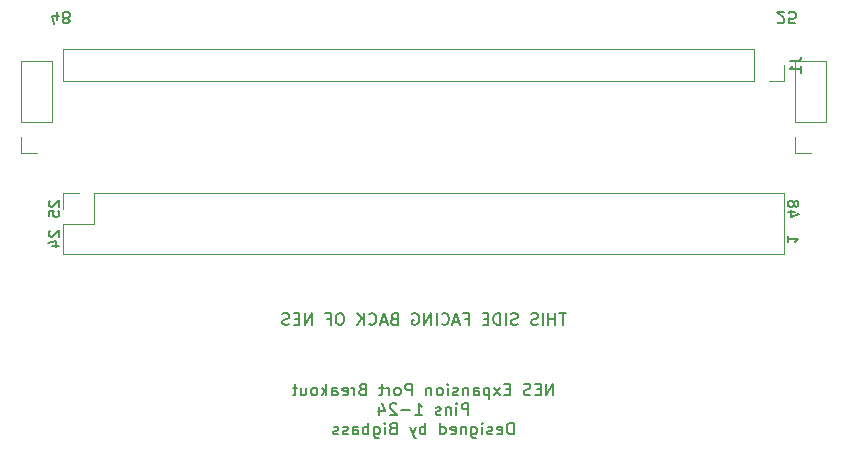
<source format=gbo>
%TF.GenerationSoftware,KiCad,Pcbnew,5.1.10-88a1d61d58~88~ubuntu20.04.1*%
%TF.CreationDate,2021-06-23T17:02:21-05:00*%
%TF.ProjectId,nes-expansion-port,6e65732d-6578-4706-916e-73696f6e2d70,rev?*%
%TF.SameCoordinates,Original*%
%TF.FileFunction,Legend,Bot*%
%TF.FilePolarity,Positive*%
%FSLAX46Y46*%
G04 Gerber Fmt 4.6, Leading zero omitted, Abs format (unit mm)*
G04 Created by KiCad (PCBNEW 5.1.10-88a1d61d58~88~ubuntu20.04.1) date 2021-06-23 17:02:21*
%MOMM*%
%LPD*%
G01*
G04 APERTURE LIST*
%ADD10C,0.150000*%
%ADD11C,0.120000*%
%ADD12C,0.500000*%
%ADD13O,1.700000X1.700000*%
%ADD14R,1.700000X1.700000*%
%ADD15R,1.524000X12.000000*%
G04 APERTURE END LIST*
D10*
X145064380Y-76018380D02*
X145064380Y-75018380D01*
X144492952Y-76018380D01*
X144492952Y-75018380D01*
X144016761Y-75494571D02*
X143683428Y-75494571D01*
X143540571Y-76018380D02*
X144016761Y-76018380D01*
X144016761Y-75018380D01*
X143540571Y-75018380D01*
X143159619Y-75970761D02*
X143016761Y-76018380D01*
X142778666Y-76018380D01*
X142683428Y-75970761D01*
X142635809Y-75923142D01*
X142588190Y-75827904D01*
X142588190Y-75732666D01*
X142635809Y-75637428D01*
X142683428Y-75589809D01*
X142778666Y-75542190D01*
X142969142Y-75494571D01*
X143064380Y-75446952D01*
X143112000Y-75399333D01*
X143159619Y-75304095D01*
X143159619Y-75208857D01*
X143112000Y-75113619D01*
X143064380Y-75066000D01*
X142969142Y-75018380D01*
X142731047Y-75018380D01*
X142588190Y-75066000D01*
X141397714Y-75494571D02*
X141064380Y-75494571D01*
X140921523Y-76018380D02*
X141397714Y-76018380D01*
X141397714Y-75018380D01*
X140921523Y-75018380D01*
X140588190Y-76018380D02*
X140064380Y-75351714D01*
X140588190Y-75351714D02*
X140064380Y-76018380D01*
X139683428Y-75351714D02*
X139683428Y-76351714D01*
X139683428Y-75399333D02*
X139588190Y-75351714D01*
X139397714Y-75351714D01*
X139302476Y-75399333D01*
X139254857Y-75446952D01*
X139207238Y-75542190D01*
X139207238Y-75827904D01*
X139254857Y-75923142D01*
X139302476Y-75970761D01*
X139397714Y-76018380D01*
X139588190Y-76018380D01*
X139683428Y-75970761D01*
X138350095Y-76018380D02*
X138350095Y-75494571D01*
X138397714Y-75399333D01*
X138492952Y-75351714D01*
X138683428Y-75351714D01*
X138778666Y-75399333D01*
X138350095Y-75970761D02*
X138445333Y-76018380D01*
X138683428Y-76018380D01*
X138778666Y-75970761D01*
X138826285Y-75875523D01*
X138826285Y-75780285D01*
X138778666Y-75685047D01*
X138683428Y-75637428D01*
X138445333Y-75637428D01*
X138350095Y-75589809D01*
X137873904Y-75351714D02*
X137873904Y-76018380D01*
X137873904Y-75446952D02*
X137826285Y-75399333D01*
X137731047Y-75351714D01*
X137588190Y-75351714D01*
X137492952Y-75399333D01*
X137445333Y-75494571D01*
X137445333Y-76018380D01*
X137016761Y-75970761D02*
X136921523Y-76018380D01*
X136731047Y-76018380D01*
X136635809Y-75970761D01*
X136588190Y-75875523D01*
X136588190Y-75827904D01*
X136635809Y-75732666D01*
X136731047Y-75685047D01*
X136873904Y-75685047D01*
X136969142Y-75637428D01*
X137016761Y-75542190D01*
X137016761Y-75494571D01*
X136969142Y-75399333D01*
X136873904Y-75351714D01*
X136731047Y-75351714D01*
X136635809Y-75399333D01*
X136159619Y-76018380D02*
X136159619Y-75351714D01*
X136159619Y-75018380D02*
X136207238Y-75066000D01*
X136159619Y-75113619D01*
X136112000Y-75066000D01*
X136159619Y-75018380D01*
X136159619Y-75113619D01*
X135540571Y-76018380D02*
X135635809Y-75970761D01*
X135683428Y-75923142D01*
X135731047Y-75827904D01*
X135731047Y-75542190D01*
X135683428Y-75446952D01*
X135635809Y-75399333D01*
X135540571Y-75351714D01*
X135397714Y-75351714D01*
X135302476Y-75399333D01*
X135254857Y-75446952D01*
X135207238Y-75542190D01*
X135207238Y-75827904D01*
X135254857Y-75923142D01*
X135302476Y-75970761D01*
X135397714Y-76018380D01*
X135540571Y-76018380D01*
X134778666Y-75351714D02*
X134778666Y-76018380D01*
X134778666Y-75446952D02*
X134731047Y-75399333D01*
X134635809Y-75351714D01*
X134492952Y-75351714D01*
X134397714Y-75399333D01*
X134350095Y-75494571D01*
X134350095Y-76018380D01*
X133112000Y-76018380D02*
X133112000Y-75018380D01*
X132731047Y-75018380D01*
X132635809Y-75066000D01*
X132588190Y-75113619D01*
X132540571Y-75208857D01*
X132540571Y-75351714D01*
X132588190Y-75446952D01*
X132635809Y-75494571D01*
X132731047Y-75542190D01*
X133112000Y-75542190D01*
X131969142Y-76018380D02*
X132064380Y-75970761D01*
X132112000Y-75923142D01*
X132159619Y-75827904D01*
X132159619Y-75542190D01*
X132112000Y-75446952D01*
X132064380Y-75399333D01*
X131969142Y-75351714D01*
X131826285Y-75351714D01*
X131731047Y-75399333D01*
X131683428Y-75446952D01*
X131635809Y-75542190D01*
X131635809Y-75827904D01*
X131683428Y-75923142D01*
X131731047Y-75970761D01*
X131826285Y-76018380D01*
X131969142Y-76018380D01*
X131207238Y-76018380D02*
X131207238Y-75351714D01*
X131207238Y-75542190D02*
X131159619Y-75446952D01*
X131112000Y-75399333D01*
X131016761Y-75351714D01*
X130921523Y-75351714D01*
X130731047Y-75351714D02*
X130350095Y-75351714D01*
X130588190Y-75018380D02*
X130588190Y-75875523D01*
X130540571Y-75970761D01*
X130445333Y-76018380D01*
X130350095Y-76018380D01*
X128921523Y-75494571D02*
X128778666Y-75542190D01*
X128731047Y-75589809D01*
X128683428Y-75685047D01*
X128683428Y-75827904D01*
X128731047Y-75923142D01*
X128778666Y-75970761D01*
X128873904Y-76018380D01*
X129254857Y-76018380D01*
X129254857Y-75018380D01*
X128921523Y-75018380D01*
X128826285Y-75066000D01*
X128778666Y-75113619D01*
X128731047Y-75208857D01*
X128731047Y-75304095D01*
X128778666Y-75399333D01*
X128826285Y-75446952D01*
X128921523Y-75494571D01*
X129254857Y-75494571D01*
X128254857Y-76018380D02*
X128254857Y-75351714D01*
X128254857Y-75542190D02*
X128207238Y-75446952D01*
X128159619Y-75399333D01*
X128064380Y-75351714D01*
X127969142Y-75351714D01*
X127254857Y-75970761D02*
X127350095Y-76018380D01*
X127540571Y-76018380D01*
X127635809Y-75970761D01*
X127683428Y-75875523D01*
X127683428Y-75494571D01*
X127635809Y-75399333D01*
X127540571Y-75351714D01*
X127350095Y-75351714D01*
X127254857Y-75399333D01*
X127207238Y-75494571D01*
X127207238Y-75589809D01*
X127683428Y-75685047D01*
X126350095Y-76018380D02*
X126350095Y-75494571D01*
X126397714Y-75399333D01*
X126492952Y-75351714D01*
X126683428Y-75351714D01*
X126778666Y-75399333D01*
X126350095Y-75970761D02*
X126445333Y-76018380D01*
X126683428Y-76018380D01*
X126778666Y-75970761D01*
X126826285Y-75875523D01*
X126826285Y-75780285D01*
X126778666Y-75685047D01*
X126683428Y-75637428D01*
X126445333Y-75637428D01*
X126350095Y-75589809D01*
X125873904Y-76018380D02*
X125873904Y-75018380D01*
X125778666Y-75637428D02*
X125492952Y-76018380D01*
X125492952Y-75351714D02*
X125873904Y-75732666D01*
X124921523Y-76018380D02*
X125016761Y-75970761D01*
X125064380Y-75923142D01*
X125112000Y-75827904D01*
X125112000Y-75542190D01*
X125064380Y-75446952D01*
X125016761Y-75399333D01*
X124921523Y-75351714D01*
X124778666Y-75351714D01*
X124683428Y-75399333D01*
X124635809Y-75446952D01*
X124588190Y-75542190D01*
X124588190Y-75827904D01*
X124635809Y-75923142D01*
X124683428Y-75970761D01*
X124778666Y-76018380D01*
X124921523Y-76018380D01*
X123731047Y-75351714D02*
X123731047Y-76018380D01*
X124159619Y-75351714D02*
X124159619Y-75875523D01*
X124112000Y-75970761D01*
X124016761Y-76018380D01*
X123873904Y-76018380D01*
X123778666Y-75970761D01*
X123731047Y-75923142D01*
X123397714Y-75351714D02*
X123016761Y-75351714D01*
X123254857Y-75018380D02*
X123254857Y-75875523D01*
X123207238Y-75970761D01*
X123112000Y-76018380D01*
X123016761Y-76018380D01*
X137897714Y-77668380D02*
X137897714Y-76668380D01*
X137516761Y-76668380D01*
X137421523Y-76716000D01*
X137373904Y-76763619D01*
X137326285Y-76858857D01*
X137326285Y-77001714D01*
X137373904Y-77096952D01*
X137421523Y-77144571D01*
X137516761Y-77192190D01*
X137897714Y-77192190D01*
X136897714Y-77668380D02*
X136897714Y-77001714D01*
X136897714Y-76668380D02*
X136945333Y-76716000D01*
X136897714Y-76763619D01*
X136850095Y-76716000D01*
X136897714Y-76668380D01*
X136897714Y-76763619D01*
X136421523Y-77001714D02*
X136421523Y-77668380D01*
X136421523Y-77096952D02*
X136373904Y-77049333D01*
X136278666Y-77001714D01*
X136135809Y-77001714D01*
X136040571Y-77049333D01*
X135992952Y-77144571D01*
X135992952Y-77668380D01*
X135564380Y-77620761D02*
X135469142Y-77668380D01*
X135278666Y-77668380D01*
X135183428Y-77620761D01*
X135135809Y-77525523D01*
X135135809Y-77477904D01*
X135183428Y-77382666D01*
X135278666Y-77335047D01*
X135421523Y-77335047D01*
X135516761Y-77287428D01*
X135564380Y-77192190D01*
X135564380Y-77144571D01*
X135516761Y-77049333D01*
X135421523Y-77001714D01*
X135278666Y-77001714D01*
X135183428Y-77049333D01*
X133421523Y-77668380D02*
X133992952Y-77668380D01*
X133707238Y-77668380D02*
X133707238Y-76668380D01*
X133802476Y-76811238D01*
X133897714Y-76906476D01*
X133992952Y-76954095D01*
X132992952Y-77287428D02*
X132231047Y-77287428D01*
X131802476Y-76763619D02*
X131754857Y-76716000D01*
X131659619Y-76668380D01*
X131421523Y-76668380D01*
X131326285Y-76716000D01*
X131278666Y-76763619D01*
X131231047Y-76858857D01*
X131231047Y-76954095D01*
X131278666Y-77096952D01*
X131850095Y-77668380D01*
X131231047Y-77668380D01*
X130373904Y-77001714D02*
X130373904Y-77668380D01*
X130612000Y-76620761D02*
X130850095Y-77335047D01*
X130231047Y-77335047D01*
X141731047Y-79318380D02*
X141731047Y-78318380D01*
X141492952Y-78318380D01*
X141350095Y-78366000D01*
X141254857Y-78461238D01*
X141207238Y-78556476D01*
X141159619Y-78746952D01*
X141159619Y-78889809D01*
X141207238Y-79080285D01*
X141254857Y-79175523D01*
X141350095Y-79270761D01*
X141492952Y-79318380D01*
X141731047Y-79318380D01*
X140350095Y-79270761D02*
X140445333Y-79318380D01*
X140635809Y-79318380D01*
X140731047Y-79270761D01*
X140778666Y-79175523D01*
X140778666Y-78794571D01*
X140731047Y-78699333D01*
X140635809Y-78651714D01*
X140445333Y-78651714D01*
X140350095Y-78699333D01*
X140302476Y-78794571D01*
X140302476Y-78889809D01*
X140778666Y-78985047D01*
X139921523Y-79270761D02*
X139826285Y-79318380D01*
X139635809Y-79318380D01*
X139540571Y-79270761D01*
X139492952Y-79175523D01*
X139492952Y-79127904D01*
X139540571Y-79032666D01*
X139635809Y-78985047D01*
X139778666Y-78985047D01*
X139873904Y-78937428D01*
X139921523Y-78842190D01*
X139921523Y-78794571D01*
X139873904Y-78699333D01*
X139778666Y-78651714D01*
X139635809Y-78651714D01*
X139540571Y-78699333D01*
X139064380Y-79318380D02*
X139064380Y-78651714D01*
X139064380Y-78318380D02*
X139112000Y-78366000D01*
X139064380Y-78413619D01*
X139016761Y-78366000D01*
X139064380Y-78318380D01*
X139064380Y-78413619D01*
X138159619Y-78651714D02*
X138159619Y-79461238D01*
X138207238Y-79556476D01*
X138254857Y-79604095D01*
X138350095Y-79651714D01*
X138492952Y-79651714D01*
X138588190Y-79604095D01*
X138159619Y-79270761D02*
X138254857Y-79318380D01*
X138445333Y-79318380D01*
X138540571Y-79270761D01*
X138588190Y-79223142D01*
X138635809Y-79127904D01*
X138635809Y-78842190D01*
X138588190Y-78746952D01*
X138540571Y-78699333D01*
X138445333Y-78651714D01*
X138254857Y-78651714D01*
X138159619Y-78699333D01*
X137683428Y-78651714D02*
X137683428Y-79318380D01*
X137683428Y-78746952D02*
X137635809Y-78699333D01*
X137540571Y-78651714D01*
X137397714Y-78651714D01*
X137302476Y-78699333D01*
X137254857Y-78794571D01*
X137254857Y-79318380D01*
X136397714Y-79270761D02*
X136492952Y-79318380D01*
X136683428Y-79318380D01*
X136778666Y-79270761D01*
X136826285Y-79175523D01*
X136826285Y-78794571D01*
X136778666Y-78699333D01*
X136683428Y-78651714D01*
X136492952Y-78651714D01*
X136397714Y-78699333D01*
X136350095Y-78794571D01*
X136350095Y-78889809D01*
X136826285Y-78985047D01*
X135492952Y-79318380D02*
X135492952Y-78318380D01*
X135492952Y-79270761D02*
X135588190Y-79318380D01*
X135778666Y-79318380D01*
X135873904Y-79270761D01*
X135921523Y-79223142D01*
X135969142Y-79127904D01*
X135969142Y-78842190D01*
X135921523Y-78746952D01*
X135873904Y-78699333D01*
X135778666Y-78651714D01*
X135588190Y-78651714D01*
X135492952Y-78699333D01*
X134254857Y-79318380D02*
X134254857Y-78318380D01*
X134254857Y-78699333D02*
X134159619Y-78651714D01*
X133969142Y-78651714D01*
X133873904Y-78699333D01*
X133826285Y-78746952D01*
X133778666Y-78842190D01*
X133778666Y-79127904D01*
X133826285Y-79223142D01*
X133873904Y-79270761D01*
X133969142Y-79318380D01*
X134159619Y-79318380D01*
X134254857Y-79270761D01*
X133445333Y-78651714D02*
X133207238Y-79318380D01*
X132969142Y-78651714D02*
X133207238Y-79318380D01*
X133302476Y-79556476D01*
X133350095Y-79604095D01*
X133445333Y-79651714D01*
X131492952Y-78794571D02*
X131350095Y-78842190D01*
X131302476Y-78889809D01*
X131254857Y-78985047D01*
X131254857Y-79127904D01*
X131302476Y-79223142D01*
X131350095Y-79270761D01*
X131445333Y-79318380D01*
X131826285Y-79318380D01*
X131826285Y-78318380D01*
X131492952Y-78318380D01*
X131397714Y-78366000D01*
X131350095Y-78413619D01*
X131302476Y-78508857D01*
X131302476Y-78604095D01*
X131350095Y-78699333D01*
X131397714Y-78746952D01*
X131492952Y-78794571D01*
X131826285Y-78794571D01*
X130826285Y-79318380D02*
X130826285Y-78651714D01*
X130826285Y-78318380D02*
X130873904Y-78366000D01*
X130826285Y-78413619D01*
X130778666Y-78366000D01*
X130826285Y-78318380D01*
X130826285Y-78413619D01*
X129921523Y-78651714D02*
X129921523Y-79461238D01*
X129969142Y-79556476D01*
X130016761Y-79604095D01*
X130112000Y-79651714D01*
X130254857Y-79651714D01*
X130350095Y-79604095D01*
X129921523Y-79270761D02*
X130016761Y-79318380D01*
X130207238Y-79318380D01*
X130302476Y-79270761D01*
X130350095Y-79223142D01*
X130397714Y-79127904D01*
X130397714Y-78842190D01*
X130350095Y-78746952D01*
X130302476Y-78699333D01*
X130207238Y-78651714D01*
X130016761Y-78651714D01*
X129921523Y-78699333D01*
X129445333Y-79318380D02*
X129445333Y-78318380D01*
X129445333Y-78699333D02*
X129350095Y-78651714D01*
X129159619Y-78651714D01*
X129064380Y-78699333D01*
X129016761Y-78746952D01*
X128969142Y-78842190D01*
X128969142Y-79127904D01*
X129016761Y-79223142D01*
X129064380Y-79270761D01*
X129159619Y-79318380D01*
X129350095Y-79318380D01*
X129445333Y-79270761D01*
X128112000Y-79318380D02*
X128112000Y-78794571D01*
X128159619Y-78699333D01*
X128254857Y-78651714D01*
X128445333Y-78651714D01*
X128540571Y-78699333D01*
X128112000Y-79270761D02*
X128207238Y-79318380D01*
X128445333Y-79318380D01*
X128540571Y-79270761D01*
X128588190Y-79175523D01*
X128588190Y-79080285D01*
X128540571Y-78985047D01*
X128445333Y-78937428D01*
X128207238Y-78937428D01*
X128112000Y-78889809D01*
X127683428Y-79270761D02*
X127588190Y-79318380D01*
X127397714Y-79318380D01*
X127302476Y-79270761D01*
X127254857Y-79175523D01*
X127254857Y-79127904D01*
X127302476Y-79032666D01*
X127397714Y-78985047D01*
X127540571Y-78985047D01*
X127635809Y-78937428D01*
X127683428Y-78842190D01*
X127683428Y-78794571D01*
X127635809Y-78699333D01*
X127540571Y-78651714D01*
X127397714Y-78651714D01*
X127302476Y-78699333D01*
X126873904Y-79270761D02*
X126778666Y-79318380D01*
X126588190Y-79318380D01*
X126492952Y-79270761D01*
X126445333Y-79175523D01*
X126445333Y-79127904D01*
X126492952Y-79032666D01*
X126588190Y-78985047D01*
X126731047Y-78985047D01*
X126826285Y-78937428D01*
X126873904Y-78842190D01*
X126873904Y-78794571D01*
X126826285Y-78699333D01*
X126731047Y-78651714D01*
X126588190Y-78651714D01*
X126492952Y-78699333D01*
X165546857Y-60455142D02*
X164946857Y-60455142D01*
X165889714Y-60669428D02*
X165246857Y-60883714D01*
X165246857Y-60326571D01*
X165461142Y-59855142D02*
X165504000Y-59940857D01*
X165546857Y-59983714D01*
X165632571Y-60026571D01*
X165675428Y-60026571D01*
X165761142Y-59983714D01*
X165804000Y-59940857D01*
X165846857Y-59855142D01*
X165846857Y-59683714D01*
X165804000Y-59598000D01*
X165761142Y-59555142D01*
X165675428Y-59512285D01*
X165632571Y-59512285D01*
X165546857Y-59555142D01*
X165504000Y-59598000D01*
X165461142Y-59683714D01*
X165461142Y-59855142D01*
X165418285Y-59940857D01*
X165375428Y-59983714D01*
X165289714Y-60026571D01*
X165118285Y-60026571D01*
X165032571Y-59983714D01*
X164989714Y-59940857D01*
X164946857Y-59855142D01*
X164946857Y-59683714D01*
X164989714Y-59598000D01*
X165032571Y-59555142D01*
X165118285Y-59512285D01*
X165289714Y-59512285D01*
X165375428Y-59555142D01*
X165418285Y-59598000D01*
X165461142Y-59683714D01*
X164946857Y-62480857D02*
X164946857Y-62995142D01*
X164946857Y-62738000D02*
X165846857Y-62738000D01*
X165718285Y-62823714D01*
X165632571Y-62909428D01*
X165589714Y-62995142D01*
X102462857Y-62052285D02*
X102420000Y-62095142D01*
X102377142Y-62180857D01*
X102377142Y-62395142D01*
X102420000Y-62480857D01*
X102462857Y-62523714D01*
X102548571Y-62566571D01*
X102634285Y-62566571D01*
X102762857Y-62523714D01*
X103277142Y-62009428D01*
X103277142Y-62566571D01*
X102677142Y-63338000D02*
X103277142Y-63338000D01*
X102334285Y-63123714D02*
X102977142Y-62909428D01*
X102977142Y-63466571D01*
X102462857Y-59512285D02*
X102420000Y-59555142D01*
X102377142Y-59640857D01*
X102377142Y-59855142D01*
X102420000Y-59940857D01*
X102462857Y-59983714D01*
X102548571Y-60026571D01*
X102634285Y-60026571D01*
X102762857Y-59983714D01*
X103277142Y-59469428D01*
X103277142Y-60026571D01*
X102377142Y-60840857D02*
X102377142Y-60412285D01*
X102805714Y-60369428D01*
X102762857Y-60412285D01*
X102720000Y-60498000D01*
X102720000Y-60712285D01*
X102762857Y-60798000D01*
X102805714Y-60840857D01*
X102891428Y-60883714D01*
X103105714Y-60883714D01*
X103191428Y-60840857D01*
X103234285Y-60798000D01*
X103277142Y-60712285D01*
X103277142Y-60498000D01*
X103234285Y-60412285D01*
X103191428Y-60369428D01*
X103092285Y-44186285D02*
X103092285Y-43519619D01*
X102854190Y-44567238D02*
X102616095Y-43852952D01*
X103235142Y-43852952D01*
X103758952Y-44091047D02*
X103663714Y-44138666D01*
X103616095Y-44186285D01*
X103568476Y-44281523D01*
X103568476Y-44329142D01*
X103616095Y-44424380D01*
X103663714Y-44472000D01*
X103758952Y-44519619D01*
X103949428Y-44519619D01*
X104044666Y-44472000D01*
X104092285Y-44424380D01*
X104139904Y-44329142D01*
X104139904Y-44281523D01*
X104092285Y-44186285D01*
X104044666Y-44138666D01*
X103949428Y-44091047D01*
X103758952Y-44091047D01*
X103663714Y-44043428D01*
X103616095Y-43995809D01*
X103568476Y-43900571D01*
X103568476Y-43710095D01*
X103616095Y-43614857D01*
X103663714Y-43567238D01*
X103758952Y-43519619D01*
X103949428Y-43519619D01*
X104044666Y-43567238D01*
X104092285Y-43614857D01*
X104139904Y-43710095D01*
X104139904Y-43900571D01*
X104092285Y-43995809D01*
X104044666Y-44043428D01*
X103949428Y-44091047D01*
X164084095Y-44424380D02*
X164131714Y-44472000D01*
X164226952Y-44519619D01*
X164465047Y-44519619D01*
X164560285Y-44472000D01*
X164607904Y-44424380D01*
X164655523Y-44329142D01*
X164655523Y-44233904D01*
X164607904Y-44091047D01*
X164036476Y-43519619D01*
X164655523Y-43519619D01*
X165560285Y-44519619D02*
X165084095Y-44519619D01*
X165036476Y-44043428D01*
X165084095Y-44091047D01*
X165179333Y-44138666D01*
X165417428Y-44138666D01*
X165512666Y-44091047D01*
X165560285Y-44043428D01*
X165607904Y-43948190D01*
X165607904Y-43710095D01*
X165560285Y-43614857D01*
X165512666Y-43567238D01*
X165417428Y-43519619D01*
X165179333Y-43519619D01*
X165084095Y-43567238D01*
X165036476Y-43614857D01*
X146159619Y-69048380D02*
X145588190Y-69048380D01*
X145873904Y-70048380D02*
X145873904Y-69048380D01*
X145254857Y-70048380D02*
X145254857Y-69048380D01*
X145254857Y-69524571D02*
X144683428Y-69524571D01*
X144683428Y-70048380D02*
X144683428Y-69048380D01*
X144207238Y-70048380D02*
X144207238Y-69048380D01*
X143778666Y-70000761D02*
X143635809Y-70048380D01*
X143397714Y-70048380D01*
X143302476Y-70000761D01*
X143254857Y-69953142D01*
X143207238Y-69857904D01*
X143207238Y-69762666D01*
X143254857Y-69667428D01*
X143302476Y-69619809D01*
X143397714Y-69572190D01*
X143588190Y-69524571D01*
X143683428Y-69476952D01*
X143731047Y-69429333D01*
X143778666Y-69334095D01*
X143778666Y-69238857D01*
X143731047Y-69143619D01*
X143683428Y-69096000D01*
X143588190Y-69048380D01*
X143350095Y-69048380D01*
X143207238Y-69096000D01*
X142064380Y-70000761D02*
X141921523Y-70048380D01*
X141683428Y-70048380D01*
X141588190Y-70000761D01*
X141540571Y-69953142D01*
X141492952Y-69857904D01*
X141492952Y-69762666D01*
X141540571Y-69667428D01*
X141588190Y-69619809D01*
X141683428Y-69572190D01*
X141873904Y-69524571D01*
X141969142Y-69476952D01*
X142016761Y-69429333D01*
X142064380Y-69334095D01*
X142064380Y-69238857D01*
X142016761Y-69143619D01*
X141969142Y-69096000D01*
X141873904Y-69048380D01*
X141635809Y-69048380D01*
X141492952Y-69096000D01*
X141064380Y-70048380D02*
X141064380Y-69048380D01*
X140588190Y-70048380D02*
X140588190Y-69048380D01*
X140350095Y-69048380D01*
X140207238Y-69096000D01*
X140112000Y-69191238D01*
X140064380Y-69286476D01*
X140016761Y-69476952D01*
X140016761Y-69619809D01*
X140064380Y-69810285D01*
X140112000Y-69905523D01*
X140207238Y-70000761D01*
X140350095Y-70048380D01*
X140588190Y-70048380D01*
X139588190Y-69524571D02*
X139254857Y-69524571D01*
X139112000Y-70048380D02*
X139588190Y-70048380D01*
X139588190Y-69048380D01*
X139112000Y-69048380D01*
X137588190Y-69524571D02*
X137921523Y-69524571D01*
X137921523Y-70048380D02*
X137921523Y-69048380D01*
X137445333Y-69048380D01*
X137112000Y-69762666D02*
X136635809Y-69762666D01*
X137207238Y-70048380D02*
X136873904Y-69048380D01*
X136540571Y-70048380D01*
X135635809Y-69953142D02*
X135683428Y-70000761D01*
X135826285Y-70048380D01*
X135921523Y-70048380D01*
X136064380Y-70000761D01*
X136159619Y-69905523D01*
X136207238Y-69810285D01*
X136254857Y-69619809D01*
X136254857Y-69476952D01*
X136207238Y-69286476D01*
X136159619Y-69191238D01*
X136064380Y-69096000D01*
X135921523Y-69048380D01*
X135826285Y-69048380D01*
X135683428Y-69096000D01*
X135635809Y-69143619D01*
X135207238Y-70048380D02*
X135207238Y-69048380D01*
X134731047Y-70048380D02*
X134731047Y-69048380D01*
X134159619Y-70048380D01*
X134159619Y-69048380D01*
X133159619Y-69096000D02*
X133254857Y-69048380D01*
X133397714Y-69048380D01*
X133540571Y-69096000D01*
X133635809Y-69191238D01*
X133683428Y-69286476D01*
X133731047Y-69476952D01*
X133731047Y-69619809D01*
X133683428Y-69810285D01*
X133635809Y-69905523D01*
X133540571Y-70000761D01*
X133397714Y-70048380D01*
X133302476Y-70048380D01*
X133159619Y-70000761D01*
X133112000Y-69953142D01*
X133112000Y-69619809D01*
X133302476Y-69619809D01*
X131588190Y-69524571D02*
X131445333Y-69572190D01*
X131397714Y-69619809D01*
X131350095Y-69715047D01*
X131350095Y-69857904D01*
X131397714Y-69953142D01*
X131445333Y-70000761D01*
X131540571Y-70048380D01*
X131921523Y-70048380D01*
X131921523Y-69048380D01*
X131588190Y-69048380D01*
X131492952Y-69096000D01*
X131445333Y-69143619D01*
X131397714Y-69238857D01*
X131397714Y-69334095D01*
X131445333Y-69429333D01*
X131492952Y-69476952D01*
X131588190Y-69524571D01*
X131921523Y-69524571D01*
X130969142Y-69762666D02*
X130492952Y-69762666D01*
X131064380Y-70048380D02*
X130731047Y-69048380D01*
X130397714Y-70048380D01*
X129492952Y-69953142D02*
X129540571Y-70000761D01*
X129683428Y-70048380D01*
X129778666Y-70048380D01*
X129921523Y-70000761D01*
X130016761Y-69905523D01*
X130064380Y-69810285D01*
X130112000Y-69619809D01*
X130112000Y-69476952D01*
X130064380Y-69286476D01*
X130016761Y-69191238D01*
X129921523Y-69096000D01*
X129778666Y-69048380D01*
X129683428Y-69048380D01*
X129540571Y-69096000D01*
X129492952Y-69143619D01*
X129064380Y-70048380D02*
X129064380Y-69048380D01*
X128492952Y-70048380D02*
X128921523Y-69476952D01*
X128492952Y-69048380D02*
X129064380Y-69619809D01*
X127112000Y-69048380D02*
X126921523Y-69048380D01*
X126826285Y-69096000D01*
X126731047Y-69191238D01*
X126683428Y-69381714D01*
X126683428Y-69715047D01*
X126731047Y-69905523D01*
X126826285Y-70000761D01*
X126921523Y-70048380D01*
X127112000Y-70048380D01*
X127207238Y-70000761D01*
X127302476Y-69905523D01*
X127350095Y-69715047D01*
X127350095Y-69381714D01*
X127302476Y-69191238D01*
X127207238Y-69096000D01*
X127112000Y-69048380D01*
X125921523Y-69524571D02*
X126254857Y-69524571D01*
X126254857Y-70048380D02*
X126254857Y-69048380D01*
X125778666Y-69048380D01*
X124635809Y-70048380D02*
X124635809Y-69048380D01*
X124064380Y-70048380D01*
X124064380Y-69048380D01*
X123588190Y-69524571D02*
X123254857Y-69524571D01*
X123112000Y-70048380D02*
X123588190Y-70048380D01*
X123588190Y-69048380D01*
X123112000Y-69048380D01*
X122731047Y-70000761D02*
X122588190Y-70048380D01*
X122350095Y-70048380D01*
X122254857Y-70000761D01*
X122207238Y-69953142D01*
X122159619Y-69857904D01*
X122159619Y-69762666D01*
X122207238Y-69667428D01*
X122254857Y-69619809D01*
X122350095Y-69572190D01*
X122540571Y-69524571D01*
X122635809Y-69476952D01*
X122683428Y-69429333D01*
X122731047Y-69334095D01*
X122731047Y-69238857D01*
X122683428Y-69143619D01*
X122635809Y-69096000D01*
X122540571Y-69048380D01*
X122302476Y-69048380D01*
X122159619Y-69096000D01*
D11*
X103572000Y-49366000D02*
X103572000Y-46706000D01*
X162052000Y-49366000D02*
X103572000Y-49366000D01*
X162052000Y-46706000D02*
X103572000Y-46706000D01*
X162052000Y-49366000D02*
X162052000Y-46706000D01*
X163322000Y-49366000D02*
X164652000Y-49366000D01*
X164652000Y-49366000D02*
X164652000Y-48036000D01*
X100016000Y-55462000D02*
X101346000Y-55462000D01*
X100016000Y-54132000D02*
X100016000Y-55462000D01*
X100016000Y-52862000D02*
X102676000Y-52862000D01*
X102676000Y-52862000D02*
X102676000Y-47722000D01*
X100016000Y-52862000D02*
X100016000Y-47722000D01*
X100016000Y-47722000D02*
X102676000Y-47722000D01*
X165548000Y-55462000D02*
X166878000Y-55462000D01*
X165548000Y-54132000D02*
X165548000Y-55462000D01*
X165548000Y-52862000D02*
X168208000Y-52862000D01*
X168208000Y-52862000D02*
X168208000Y-47722000D01*
X165548000Y-52862000D02*
X165548000Y-47722000D01*
X165548000Y-47722000D02*
X168208000Y-47722000D01*
X164652000Y-58868000D02*
X164652000Y-64068000D01*
X106172000Y-58868000D02*
X164652000Y-58868000D01*
X103572000Y-64068000D02*
X164652000Y-64068000D01*
X106172000Y-58868000D02*
X106172000Y-61468000D01*
X106172000Y-61468000D02*
X103572000Y-61468000D01*
X103572000Y-61468000D02*
X103572000Y-64068000D01*
X104902000Y-58868000D02*
X103572000Y-58868000D01*
X103572000Y-58868000D02*
X103572000Y-60198000D01*
D10*
X165104380Y-47702666D02*
X165818666Y-47702666D01*
X165961523Y-47655047D01*
X166056761Y-47559809D01*
X166104380Y-47416952D01*
X166104380Y-47321714D01*
X166104380Y-48702666D02*
X166104380Y-48131238D01*
X166104380Y-48416952D02*
X165104380Y-48416952D01*
X165247238Y-48321714D01*
X165342476Y-48226476D01*
X165390095Y-48131238D01*
%LPC*%
D12*
X160422000Y-58266000D03*
X159622000Y-58266000D03*
X158822000Y-58266000D03*
X158022000Y-58266000D03*
X157222000Y-58266000D03*
X156422000Y-58266000D03*
X155622000Y-58266000D03*
X154822000Y-58266000D03*
X154822000Y-56066000D03*
X155622000Y-56066000D03*
X156422000Y-56066000D03*
X157222000Y-56066000D03*
X160422000Y-56066000D03*
X159622000Y-56066000D03*
X158822000Y-56066000D03*
X158022000Y-56066000D03*
X107822000Y-56066000D03*
X108622000Y-56066000D03*
X109422000Y-56066000D03*
X110222000Y-56066000D03*
X111022000Y-56066000D03*
X111822000Y-56066000D03*
X112622000Y-56066000D03*
X113422000Y-56066000D03*
X113422000Y-58266000D03*
X112622000Y-58266000D03*
X111822000Y-58266000D03*
X111022000Y-58266000D03*
X107822000Y-58266000D03*
X108622000Y-58266000D03*
X109422000Y-58266000D03*
X110222000Y-58266000D03*
D13*
X104902000Y-48036000D03*
X107442000Y-48036000D03*
X109982000Y-48036000D03*
X112522000Y-48036000D03*
X115062000Y-48036000D03*
X117602000Y-48036000D03*
X120142000Y-48036000D03*
X122682000Y-48036000D03*
X125222000Y-48036000D03*
X127762000Y-48036000D03*
X130302000Y-48036000D03*
X132842000Y-48036000D03*
X135382000Y-48036000D03*
X137922000Y-48036000D03*
X140462000Y-48036000D03*
X143002000Y-48036000D03*
X145542000Y-48036000D03*
X148082000Y-48036000D03*
X150622000Y-48036000D03*
X153162000Y-48036000D03*
X155702000Y-48036000D03*
X158242000Y-48036000D03*
X160782000Y-48036000D03*
D14*
X163322000Y-48036000D03*
X101346000Y-54132000D03*
D13*
X101346000Y-51592000D03*
X101346000Y-49052000D03*
D14*
X166878000Y-54132000D03*
D13*
X166878000Y-51592000D03*
X166878000Y-49052000D03*
D15*
X104902000Y-37114000D03*
X107442000Y-37114000D03*
X109982000Y-37114000D03*
X112522000Y-37114000D03*
X115062000Y-37114000D03*
X117602000Y-37114000D03*
X120142000Y-37114000D03*
X122682000Y-37114000D03*
X125222000Y-37114000D03*
X127762000Y-37114000D03*
X130302000Y-37114000D03*
X132842000Y-37114000D03*
X135382000Y-37114000D03*
X137922000Y-37114000D03*
X140462000Y-37114000D03*
X143002000Y-37114000D03*
X145542000Y-37114000D03*
X148082000Y-37114000D03*
X150622000Y-37114000D03*
X153162000Y-37114000D03*
X155702000Y-37114000D03*
X158242000Y-37114000D03*
X160782000Y-37114000D03*
X163322000Y-37114000D03*
D13*
X101346000Y-65278000D03*
X101346000Y-62738000D03*
D14*
X101346000Y-60198000D03*
D13*
X166878000Y-65278000D03*
X166878000Y-62738000D03*
D14*
X166878000Y-60198000D03*
D13*
X163322000Y-66294000D03*
X160782000Y-66294000D03*
X158242000Y-66294000D03*
X155702000Y-66294000D03*
X153162000Y-66294000D03*
X150622000Y-66294000D03*
X148082000Y-66294000D03*
X145542000Y-66294000D03*
X143002000Y-66294000D03*
X140462000Y-66294000D03*
X137922000Y-66294000D03*
X135382000Y-66294000D03*
X132842000Y-66294000D03*
X130302000Y-66294000D03*
X127762000Y-66294000D03*
X125222000Y-66294000D03*
X122682000Y-66294000D03*
X120142000Y-66294000D03*
X117602000Y-66294000D03*
X115062000Y-66294000D03*
X112522000Y-66294000D03*
X109982000Y-66294000D03*
X107442000Y-66294000D03*
D14*
X104902000Y-66294000D03*
X104902000Y-60198000D03*
D13*
X104902000Y-62738000D03*
X107442000Y-60198000D03*
X107442000Y-62738000D03*
X109982000Y-60198000D03*
X109982000Y-62738000D03*
X112522000Y-60198000D03*
X112522000Y-62738000D03*
X115062000Y-60198000D03*
X115062000Y-62738000D03*
X117602000Y-60198000D03*
X117602000Y-62738000D03*
X120142000Y-60198000D03*
X120142000Y-62738000D03*
X122682000Y-60198000D03*
X122682000Y-62738000D03*
X125222000Y-60198000D03*
X125222000Y-62738000D03*
X127762000Y-60198000D03*
X127762000Y-62738000D03*
X130302000Y-60198000D03*
X130302000Y-62738000D03*
X132842000Y-60198000D03*
X132842000Y-62738000D03*
X135382000Y-60198000D03*
X135382000Y-62738000D03*
X137922000Y-60198000D03*
X137922000Y-62738000D03*
X140462000Y-60198000D03*
X140462000Y-62738000D03*
X143002000Y-60198000D03*
X143002000Y-62738000D03*
X145542000Y-60198000D03*
X145542000Y-62738000D03*
X148082000Y-60198000D03*
X148082000Y-62738000D03*
X150622000Y-60198000D03*
X150622000Y-62738000D03*
X153162000Y-60198000D03*
X153162000Y-62738000D03*
X155702000Y-60198000D03*
X155702000Y-62738000D03*
X158242000Y-60198000D03*
X158242000Y-62738000D03*
X160782000Y-60198000D03*
X160782000Y-62738000D03*
X163322000Y-60198000D03*
X163322000Y-62738000D03*
M02*

</source>
